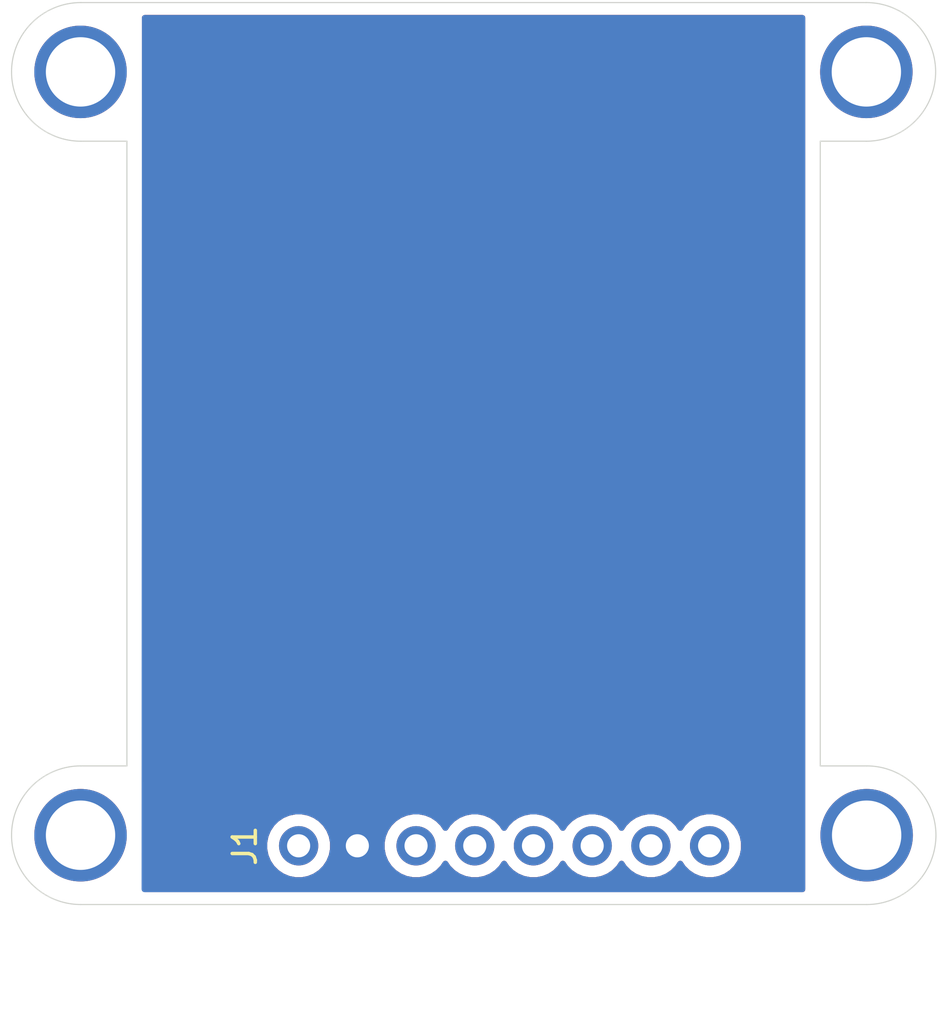
<source format=kicad_pcb>
(kicad_pcb (version 20171130) (host pcbnew "(5.1.10)-1")
  (layers (0 F.Cu signal) (31 B.Cu signal) (34 B.Paste user) (35 F.Paste user) (36 B.SilkS user) (37 F.SilkS user) (38 B.Mask user) (39 F.Mask user) (44 Edge.Cuts user))
  (net 0 "")
  (net 1 "Net-(J1-Pad8)")
  (net 2 "Net-(J1-Pad7)")
  (net 3 "Net-(J1-Pad6)")
  (net 4 "Net-(J1-Pad5)")
  (net 5 "Net-(J1-Pad4)")
  (net 6 "Net-(J1-Pad3)")
  (net 7 GND)
  (net 8 "Net-(J1-Pad1)")
  (module Connector_PinHeader_2.54mm:PinHeader_1x08_P2.54mm_Vertical (layer F.Cu) (at 100.0252 103.8606 90)
    (fp_text reference J1 (at 0 -2.33 90) (layer F.SilkS))
    (fp_text value Conn_01x08_Female)
    (pad 8 thru_hole oval (at 0 17.78 90) (size 1.7 1.7) (drill 1) (layers *.Cu *.Mask) (net 1 "Net-(J1-Pad8)"))
    (pad 7 thru_hole oval (at 0 15.24 90) (size 1.7 1.7) (drill 1) (layers *.Cu *.Mask) (net 2 "Net-(J1-Pad7)"))
    (pad 6 thru_hole oval (at 0 12.7 90) (size 1.7 1.7) (drill 1) (layers *.Cu *.Mask) (net 3 "Net-(J1-Pad6)"))
    (pad 5 thru_hole oval (at 0 10.16 90) (size 1.7 1.7) (drill 1) (layers *.Cu *.Mask) (net 4 "Net-(J1-Pad5)"))
    (pad 4 thru_hole oval (at 0 7.62 90) (size 1.7 1.7) (drill 1) (layers *.Cu *.Mask) (net 5 "Net-(J1-Pad4)"))
    (pad 3 thru_hole oval (at 0 5.08 90) (size 1.7 1.7) (drill 1) (layers *.Cu *.Mask) (net 6 "Net-(J1-Pad3)"))
    (pad 2 thru_hole rect (at 0 2.54 90) (size 1.7 1.7) (drill 1) (layers *.Cu *.Mask) (net 7 GND))
    (pad 1 thru_hole circle (at 0 0 90) (size 1.7 1.7) (drill 1) (layers *.Cu *.Mask) (net 8 "Net-(J1-Pad1)"))
  )
  (module MountingHole:MountingHole_3mm_Pad (layer F.Cu) (at 124.5997 103.4034)
    (fp_text reference M3 hide)
    (fp_text value MH3)
    (pad 1 thru_hole circle (at 0 0) (size 4 4) (drill 3) (layers *.Cu *.Mask))
  )
  (module MountingHole:MountingHole_3mm_Pad (layer F.Cu) (at 90.5891 103.4034)
    (fp_text reference M3 hide)
    (fp_text value MH3)
    (pad 1 thru_hole circle (at 0 0) (size 4 4) (drill 3) (layers *.Cu *.Mask))
  )
  (module MountingHole:MountingHole_3mm_Pad (layer F.Cu) (at 90.5891 70.3961)
    (fp_text reference M3 hide)
    (fp_text value MH3)
    (pad 1 thru_hole circle (at 0 0) (size 4 4) (drill 3) (layers *.Cu *.Mask))
  )
  (module MountingHole:MountingHole_3mm_Pad (layer F.Cu) (at 124.587 70.3961)
    (fp_text reference M3 hide)
    (fp_text value MH3)
    (pad 1 thru_hole circle (at 0 0) (size 4 4) (drill 3) (layers *.Cu *.Mask))
  )
  (gr_line (start 124.5997 100.406198) (end 122.5931 100.406198) (layer Edge.Cuts) (width 0.05))
  (gr_line (start 122.5931 73.393302) (end 122.5931 100.406198) (layer Edge.Cuts) (width 0.05))
  (gr_line (start 124.587 73.393302) (end 122.5931 73.393302) (layer Edge.Cuts) (width 0.05))
  (gr_line (start 90.6018 67.3989) (end 124.587 67.3989) (layer Edge.Cuts) (width 0.05))
  (gr_line (start 90.6018 106.400602) (end 124.5997 106.400602) (layer Edge.Cuts) (width 0.05))
  (gr_line (start 92.5957 73.3933) (end 90.6018 73.393302) (layer Edge.Cuts) (width 0.05))
  (gr_line (start 92.5957 100.4062) (end 92.5957 73.3933) (layer Edge.Cuts) (width 0.05))
  (gr_line (start 90.6018 100.4062) (end 92.5957 100.4062) (layer Edge.Cuts) (width 0.05))
  (gr_arc (start 90.6018 103.403401) (end 90.6018 100.4062) (angle -180) (layer Edge.Cuts) (width 0.05))
  (gr_arc (start 90.6018 70.396101) (end 90.6018 67.3989) (angle -180) (layer Edge.Cuts) (width 0.05))
  (gr_arc (start 124.587 70.396101) (end 124.587 73.393302) (angle -180) (layer Edge.Cuts) (width 0.05))
  (gr_arc (start 124.5997 103.403399) (end 124.5997 106.4006) (angle -180) (layer Edge.Cuts) (width 0.05))
  (zone (net 7) (net_name GND) (layer F.Cu) (connect_pads yes (clearance 0.508)) (min_thickness 0.254) (fill yes (arc_segments 32) (thermal_gap 0.508) (thermal_bridge_width 0.508))
    (polygon (pts (xy 121.9454 106.4006) (xy 93.2561 106.4006) (xy 93.2434 67.3989) (xy 121.9454 67.3989)))
  )
  (zone (net 7) (net_name GND) (layer B.Cu) (connect_pads yes (clearance 0.508)) (min_thickness 0.254) (fill yes (arc_segments 32) (thermal_gap 0.508) (thermal_bridge_width 0.508))
    (polygon (pts (xy 121.9454 106.4006) (xy 93.2307 106.4006) (xy 93.2434 67.3989) (xy 121.9454 67.3989)))
  )
)
</source>
